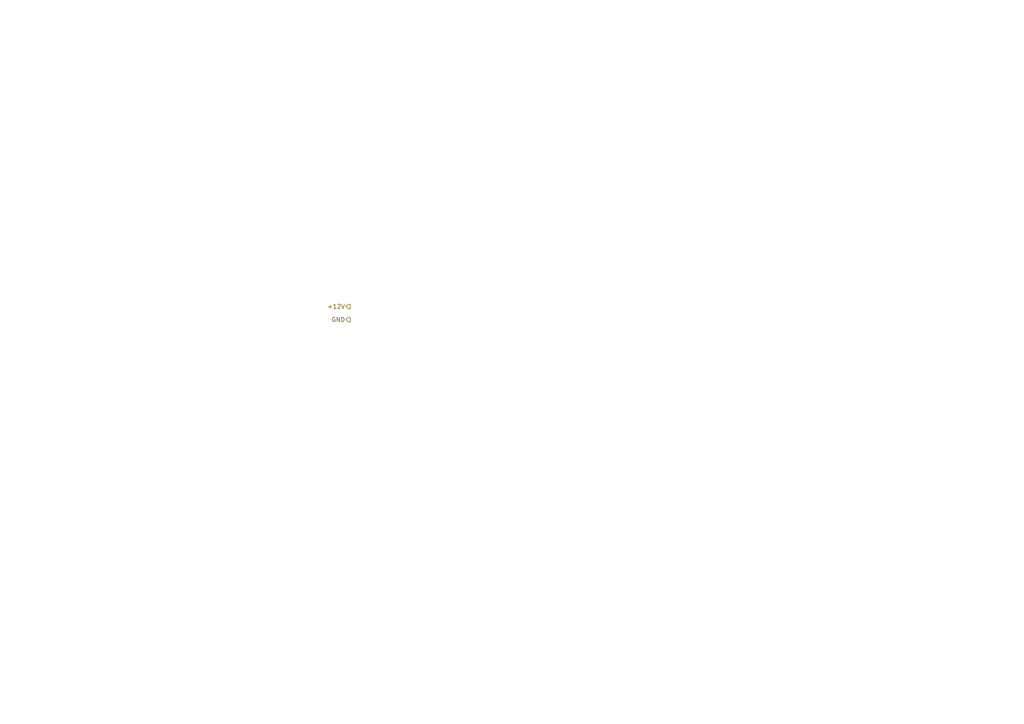
<source format=kicad_sch>
(kicad_sch (version 20230121) (generator eeschema)
  (paper "A4")
  (lib_symbols)
  (hierarchical_label "GND" (shape output) (at 101.6 92.71 180))
  (hierarchical_label "+12V" (shape output) (at 101.6 88.9 180))
)
</source>
